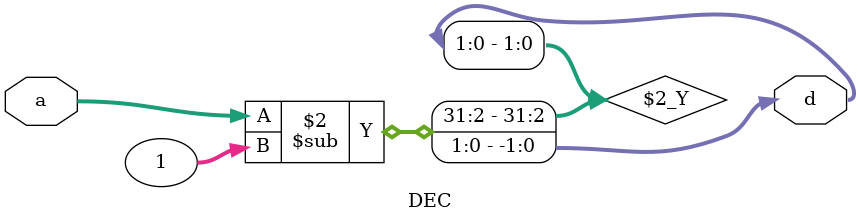
<source format=v>
`timescale 1ns / 1ps


module DEC(a, d);
    parameter DATAWIDTH = 0;
    input [DATAWIDTH-1:0] a;
    output reg [DATAWIDTH-1:0] d;
    
    always @ (a) begin
        d <= a - 1;
    end
endmodule

</source>
